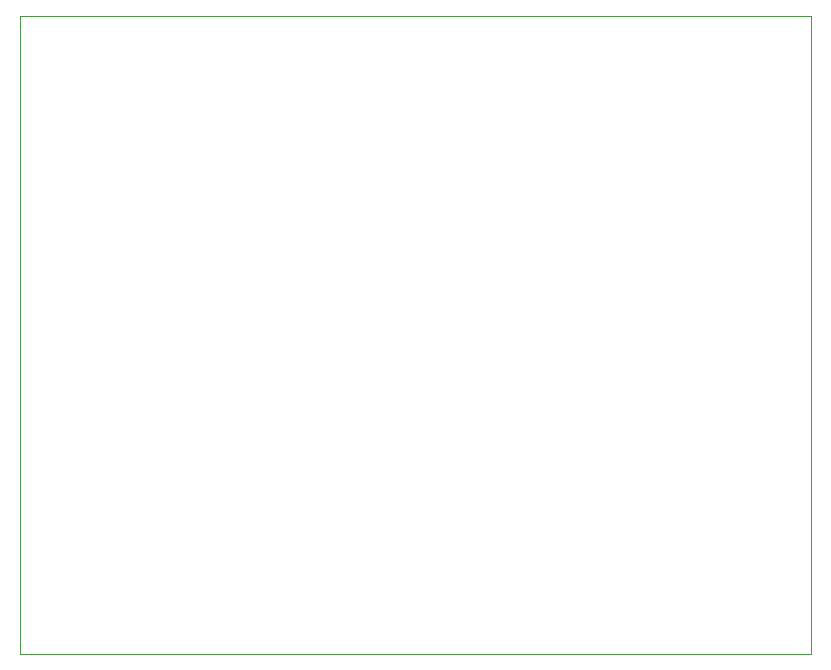
<source format=gbr>
%TF.GenerationSoftware,KiCad,Pcbnew,(5.1.8-0-10_14)*%
%TF.CreationDate,2022-02-24T11:51:05-06:00*%
%TF.ProjectId,SAQ_KiCad_alpha,5341515f-4b69-4436-9164-5f616c706861,rev?*%
%TF.SameCoordinates,Original*%
%TF.FileFunction,Profile,NP*%
%FSLAX46Y46*%
G04 Gerber Fmt 4.6, Leading zero omitted, Abs format (unit mm)*
G04 Created by KiCad (PCBNEW (5.1.8-0-10_14)) date 2022-02-24 11:51:05*
%MOMM*%
%LPD*%
G01*
G04 APERTURE LIST*
%TA.AperFunction,Profile*%
%ADD10C,0.050000*%
%TD*%
G04 APERTURE END LIST*
D10*
X104000000Y-15000000D02*
X104000000Y-69000000D01*
X104000000Y-69000000D02*
X171000000Y-69000000D01*
X171000000Y-15000000D02*
X171000000Y-69000000D01*
X104000000Y-15000000D02*
X171000000Y-15000000D01*
M02*

</source>
